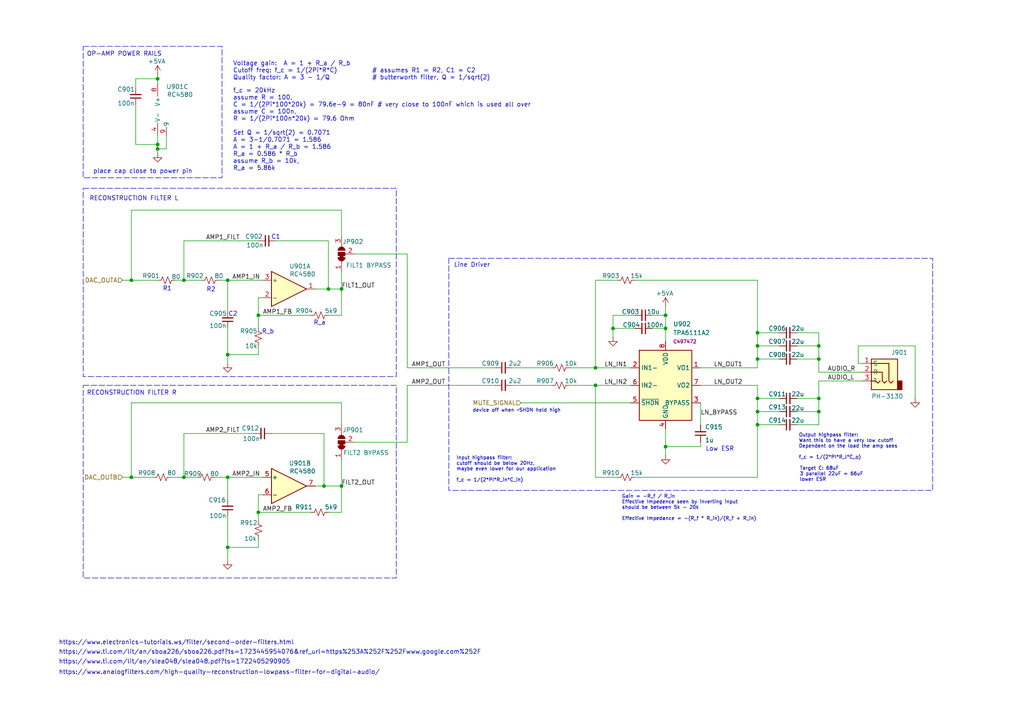
<source format=kicad_sch>
(kicad_sch (version 20231120) (generator "eeschema") (generator_version "8.0")
  (paper "A4")
  (lib_symbols
    (symbol "Amplifier_Operational:RC4580" (pin_names (offset 0.127))
      (property "Reference" "U901" (at 3.175 6.604 0))
      (property "Value" "RC4580" (at 3.937 4.318 0))
      (symbol "RC4580_1_1"
        (polyline (pts (xy -5.08 5.08) (xy 5.08 0) (xy -5.08 -5.08) (xy -5.08 5.08)) (stroke (width 0.254)) (fill (type background)))
        (pin output line (at 7.62 0 180) (length 2.54) (name "~") (number "1"))
        (pin input line (at -7.62 -2.54 0) (length 2.54) (name "-") (number "2"))
        (pin input line (at -7.62 2.54 0) (length 2.54) (name "+") (number "3"))
      )
      (symbol "RC4580_2_1"
        (polyline (pts (xy -5.08 5.08) (xy 5.08 0) (xy -5.08 -5.08) (xy -5.08 5.08)) (stroke (width 0.254)) (fill (type background)))
        (pin input line (at -7.62 2.54 0) (length 2.54) (name "+") (number "5"))
        (pin input line (at -7.62 -2.54 0) (length 2.54) (name "-") (number "6"))
        (pin output line (at 7.62 0 180) (length 2.54) (name "~") (number "7"))
      )
      (symbol "RC4580_3_1"
        (pin power_in line (at -2.54 -7.62 90) (length 3.81) (name "V-") (number "4"))
        (pin power_in line (at -2.54 7.62 270) (length 3.81) (name "V+") (number "8"))
        (pin free line (at 0 -7.62 90) (length 2.54) (name "9") (number "9"))
      )
    )
    (symbol "Connector_Audio:AudioJack3"
      (property "Reference" "J901" (at -3.175 5.715 0))
      (property "Value" "PH-313D" (at 2.54 -6.985 0))
      (symbol "AudioJack3_0_1"
        (rectangle (start -5.08 -5.08) (end -6.35 -2.54) (stroke (width 0.254)) (fill (type outline)))
        (polyline (pts (xy 0 -2.54) (xy 0.635 -3.175) (xy 1.27 -2.54) (xy 2.54 -2.54)) (stroke (width 0.254)))
        (polyline (pts (xy -1.905 -2.54) (xy -1.27 -3.175) (xy -0.635 -2.54) (xy -0.635 0) (xy 2.54 0)) (stroke (width 0.254)))
        (polyline (pts (xy 2.54 2.54) (xy -2.54 2.54) (xy -2.54 -2.54) (xy -3.175 -3.175) (xy -3.81 -2.54)) (stroke (width 0.254)))
        (rectangle (start 2.54 3.81) (end -5.08 -5.08) (stroke (width 0.254)) (fill (type background)))
      )
      (symbol "AudioJack3_1_1"
        (pin passive line (at 5.08 2.54 180) (length 2.54) (name "S") (number "1"))
        (pin passive line (at 5.08 0 180) (length 2.54) (name "R") (number "2"))
        (pin passive line (at 5.08 -2.54 180) (length 2.54) (name "T") (number "3"))
      )
    )
    (symbol "Device:C_Small" (pin_numbers hide) (pin_names (offset 0.254) hide)
      (property "Reference" "C" (at 0.254 1.778 0))
      (property "Value" "C_Small" (at 0.254 -2.032 0))
      (symbol "C_Small_0_1"
        (polyline (pts (xy -1.524 -0.508) (xy 1.524 -0.508)) (stroke (width 0.3302)))
        (polyline (pts (xy -1.524 0.508) (xy 1.524 0.508)) (stroke (width 0.3048)))
      )
      (symbol "C_Small_1_1"
        (pin passive line (at 0 2.54 270) (length 2.032) (name "~") (number "1"))
        (pin passive line (at 0 -2.54 90) (length 2.032) (name "~") (number "2"))
      )
    )
    (symbol "Device:R_Small_US" (pin_numbers hide) (pin_names (offset 0.254) hide)
      (property "Reference" "R" (at 0.762 0.508 0))
      (property "Value" "R_Small_US" (at 0.762 -1.016 0))
      (symbol "R_Small_US_1_1"
        (polyline (pts (xy 0 0) (xy 1.016 -0.381) (xy 0 -0.762) (xy -1.016 -1.143) (xy 0 -1.524)))
        (polyline (pts (xy 0 1.524) (xy 1.016 1.143) (xy 0 0.762) (xy -1.016 0.381) (xy 0 0)))
        (pin passive line (at 0 2.54 270) (length 1.016) (name "~") (number "1"))
        (pin passive line (at 0 -2.54 90) (length 1.016) (name "~") (number "2"))
      )
    )
    (symbol "Jumper:SolderJumper_3_Bridged12" (pin_names (offset 0) hide) (exclude_from_sim yes) (in_bom no)
      (property "Reference" "JP" (at -2.54 -2.54 0))
      (property "Value" "SolderJumper_3_Bridged12" (at 0 2.794 0))
      (symbol "SolderJumper_3_Bridged12_0_1"
        (rectangle (start -1.016 0.508) (end -0.508 -0.508) (fill (type outline)))
        (arc (start -1.016 1.016) (mid -2.0276 0) (end -1.016 -1.016))
        (arc (start -1.016 1.016) (mid -2.0276 0) (end -1.016 -1.016) (fill (type outline)))
        (rectangle (start -0.508 1.016) (end 0.508 -1.016) (fill (type outline)))
        (polyline (pts (xy -2.54 0) (xy -2.032 0)))
        (polyline (pts (xy -1.016 1.016) (xy -1.016 -1.016)))
        (polyline (pts (xy 0 -1.27) (xy 0 -1.016)))
        (polyline (pts (xy 1.016 1.016) (xy 1.016 -1.016)))
        (polyline (pts (xy 2.54 0) (xy 2.032 0)))
        (arc (start 1.016 -1.016) (mid 2.0276 0) (end 1.016 1.016))
        (arc (start 1.016 -1.016) (mid 2.0276 0) (end 1.016 1.016) (fill (type outline)))
      )
      (symbol "SolderJumper_3_Bridged12_1_1"
        (pin passive line (at -5.08 0 0) (length 2.54) (name "A") (number "1"))
        (pin passive line (at 0 -3.81 90) (length 2.54) (name "C") (number "2"))
        (pin passive line (at 5.08 0 180) (length 2.54) (name "B") (number "3"))
      )
    )
    (symbol "RC4580_1" (pin_names (offset 0.127))
      (property "Reference" "U901" (at 3.175 6.604 0))
      (property "Value" "RC4580" (at 3.937 4.318 0))
      (symbol "RC4580_1_1_1"
        (polyline (pts (xy -5.08 5.08) (xy 5.08 0) (xy -5.08 -5.08) (xy -5.08 5.08)) (stroke (width 0.254)) (fill (type background)))
        (pin output line (at 7.62 0 180) (length 2.54) (name "~") (number "1"))
        (pin input line (at -7.62 -2.54 0) (length 2.54) (name "-") (number "2"))
        (pin input line (at -7.62 2.54 0) (length 2.54) (name "+") (number "3"))
      )
      (symbol "RC4580_1_2_1"
        (polyline (pts (xy -5.08 5.08) (xy 5.08 0) (xy -5.08 -5.08) (xy -5.08 5.08)) (stroke (width 0.254)) (fill (type background)))
        (pin input line (at -7.62 2.54 0) (length 2.54) (name "+") (number "5"))
        (pin input line (at -7.62 -2.54 0) (length 2.54) (name "-") (number "6"))
        (pin output line (at 7.62 0 180) (length 2.54) (name "~") (number "7"))
      )
      (symbol "RC4580_1_3_1"
        (pin power_in line (at -2.54 -7.62 90) (length 3.81) (name "V-") (number "4"))
        (pin power_in line (at -2.54 7.62 270) (length 3.81) (name "V+") (number "8"))
        (pin free line (at 0 -7.62 90) (length 2.54) (name "9") (number "9"))
      )
    )
    (symbol "RC4580_2" (pin_names (offset 0.127))
      (property "Reference" "U901" (at 3.175 6.604 0))
      (property "Value" "RC4580" (at 3.937 4.318 0))
      (symbol "RC4580_2_1_1"
        (polyline (pts (xy -5.08 5.08) (xy 5.08 0) (xy -5.08 -5.08) (xy -5.08 5.08)) (stroke (width 0.254)) (fill (type background)))
        (pin output line (at 7.62 0 180) (length 2.54) (name "~") (number "1"))
        (pin input line (at -7.62 -2.54 0) (length 2.54) (name "-") (number "2"))
        (pin input line (at -7.62 2.54 0) (length 2.54) (name "+") (number "3"))
      )
      (symbol "RC4580_2_2_1"
        (polyline (pts (xy -5.08 5.08) (xy 5.08 0) (xy -5.08 -5.08) (xy -5.08 5.08)) (stroke (width 0.254)) (fill (type background)))
        (pin input line (at -7.62 2.54 0) (length 2.54) (name "+") (number "5"))
        (pin input line (at -7.62 -2.54 0) (length 2.54) (name "-") (number "6"))
        (pin output line (at 7.62 0 180) (length 2.54) (name "~") (number "7"))
      )
      (symbol "RC4580_2_3_1"
        (pin power_in line (at -2.54 -7.62 90) (length 3.81) (name "V-") (number "4"))
        (pin power_in line (at -2.54 7.62 270) (length 3.81) (name "V+") (number "8"))
        (pin free line (at 0 -7.62 90) (length 2.54) (name "9") (number "9"))
      )
    )
    (symbol "power:+5VA" (power) (pin_numbers hide) (pin_names (offset 0) hide)
      (property "Value" "+5VA" (at 0 3.556 0))
      (symbol "+5VA_0_1"
        (polyline (pts (xy -0.762 1.27) (xy 0 2.54)))
        (polyline (pts (xy 0 0) (xy 0 2.54)))
        (polyline (pts (xy 0 2.54) (xy 0.762 1.27)))
      )
      (symbol "+5VA_1_1"
        (pin power_in line (at 0 0 90) (length 0) (name "~") (number "1"))
      )
    )
    (symbol "power:GND" (power) (pin_numbers hide) (pin_names (offset 0) hide)
      (property "Value" "GND" (at 0 -3.81 0))
      (symbol "GND_0_1"
        (polyline (pts (xy 0 0) (xy 0 -1.27) (xy 1.27 -1.27) (xy 0 -2.54) (xy -1.27 -1.27) (xy 0 -1.27)))
      )
      (symbol "GND_1_1"
        (pin power_in line (at 0 0 270) (length 0) (name "~") (number "1"))
      )
    )
    (symbol "vibrometer_project:TPA6110A2DGN"
      (property "Reference" "U" (at -6.35 11.43 0))
      (property "Value" "TPA6111A2" (at 6.35 11.43 0))
      (property "LCSC" "C497472" (at 0 0 0))
      (symbol "TPA6110A2DGN_0_1"
        (rectangle (start -7.62 10.16) (end 7.62 -10.16) (stroke (width 0.254)) (fill (type background)))
      )
      (symbol "TPA6110A2DGN_1_1"
        (pin output line (at 10.16 5.08 180) (length 2.54) (name "VO1") (number "1"))
        (pin input line (at -10.16 5.08 0) (length 2.54) (name "IN1-") (number "2"))
        (pin passive line (at 10.16 -5.08 180) (length 2.54) (name "BYPASS") (number "3"))
        (pin power_in line (at 0 -12.7 90) (length 2.54) (name "GND") (number "4"))
        (pin input line (at -10.16 -5.08 0) (length 2.54) (name "~{SHDN}") (number "5"))
        (pin input line (at -10.16 0 0) (length 2.54) (name "IN2-") (number "6"))
        (pin output line (at 10.16 0 180) (length 2.54) (name "VO2") (number "7"))
        (pin power_in line (at 0 12.7 270) (length 2.54) (name "VDD") (number "8"))
        (pin passive line (at 0 -12.7 90) (length 2.54) hide (name "GND") (number "9"))
      )
    )
  )
  (junction (at 219.71 115.57))
  (junction (at 38.1 138.43))
  (junction (at 237.49 100.33))
  (junction (at 219.71 100.33))
  (junction (at 99.06 83.82))
  (junction (at 237.49 119.38))
  (junction (at 99.06 140.97))
  (junction (at 219.71 96.52))
  (junction (at 172.72 106.68))
  (junction (at 193.04 95.25))
  (junction (at 45.72 43.18))
  (junction (at 38.1 81.28))
  (junction (at 177.8 95.25))
  (junction (at 219.71 104.14))
  (junction (at 53.34 81.28))
  (junction (at 237.49 115.57))
  (junction (at 219.71 123.19))
  (junction (at 219.71 119.38))
  (junction (at 66.04 102.87))
  (junction (at 237.49 104.14))
  (junction (at 74.93 91.44))
  (junction (at 45.72 22.86))
  (junction (at 95.25 83.82))
  (junction (at 66.04 81.28))
  (junction (at 66.04 158.75))
  (junction (at 172.72 111.76))
  (junction (at 93.98 140.97))
  (junction (at 66.04 138.43))
  (junction (at 193.04 129.54))
  (junction (at 53.34 138.43))
  (junction (at 74.93 148.59))
  (junction (at 45.72 41.91))
  (junction (at 193.04 91.44))
  (wire (pts (xy 39.37 30.48) (xy 39.37 41.91)))
  (wire (pts (xy 53.34 81.28) (xy 58.42 81.28)))
  (wire (pts (xy 231.14 123.19) (xy 237.49 123.19)))
  (wire (pts (xy 219.71 81.28) (xy 184.15 81.28)))
  (wire (pts (xy 63.5 81.28) (xy 66.04 81.28)))
  (wire (pts (xy 76.2 86.36) (xy 74.93 86.36)))
  (wire (pts (xy 219.71 119.38) (xy 226.06 119.38)))
  (wire (pts (xy 219.71 115.57) (xy 219.71 119.38)))
  (wire (pts (xy 219.71 96.52) (xy 226.06 96.52)))
  (wire (pts (xy 118.11 106.68) (xy 143.51 106.68)))
  (wire (pts (xy 38.1 116.84) (xy 38.1 138.43)))
  (wire (pts (xy 39.37 25.4) (xy 39.37 22.86)))
  (wire (pts (xy 53.34 138.43) (xy 49.53 138.43)))
  (wire (pts (xy 66.04 81.28) (xy 76.2 81.28)))
  (wire (pts (xy 74.93 91.44) (xy 90.17 91.44)))
  (wire (pts (xy 53.34 138.43) (xy 57.15 138.43)))
  (wire (pts (xy 93.98 125.73) (xy 78.74 125.73)))
  (wire (pts (xy 38.1 60.96) (xy 99.06 60.96)))
  (wire (pts (xy 237.49 110.49) (xy 250.19 110.49)))
  (wire (pts (xy 219.71 100.33) (xy 219.71 104.14)))
  (wire (pts (xy 219.71 119.38) (xy 219.71 123.19)))
  (wire (pts (xy 189.23 91.44) (xy 193.04 91.44)))
  (wire (pts (xy 172.72 81.28) (xy 179.07 81.28)))
  (wire (pts (xy 74.93 148.59) (xy 74.93 151.13)))
  (wire (pts (xy 66.04 138.43) (xy 66.04 144.78)))
  (wire (pts (xy 184.15 91.44) (xy 177.8 91.44)))
  (wire (pts (xy 45.72 43.18) (xy 45.72 44.45)))
  (wire (pts (xy 219.71 96.52) (xy 219.71 81.28)))
  (wire (pts (xy 165.1 111.76) (xy 172.72 111.76)))
  (wire (pts (xy 39.37 41.91) (xy 45.72 41.91)))
  (wire (pts (xy 73.66 125.73) (xy 53.34 125.73)))
  (wire (pts (xy 53.34 69.85) (xy 53.34 81.28)))
  (wire (pts (xy 118.11 111.76) (xy 143.51 111.76)))
  (wire (pts (xy 66.04 138.43) (xy 76.2 138.43)))
  (wire (pts (xy 66.04 81.28) (xy 66.04 90.17)))
  (wire (pts (xy 102.87 128.27) (xy 118.11 128.27)))
  (wire (pts (xy 95.25 69.85) (xy 80.01 69.85)))
  (wire (pts (xy 74.93 91.44) (xy 74.93 95.25)))
  (wire (pts (xy 74.93 158.75) (xy 74.93 156.21)))
  (wire (pts (xy 165.1 106.68) (xy 172.72 106.68)))
  (wire (pts (xy 203.2 106.68) (xy 219.71 106.68)))
  (wire (pts (xy 193.04 88.9) (xy 193.04 91.44)))
  (wire (pts (xy 237.49 123.19) (xy 237.49 119.38)))
  (wire (pts (xy 66.04 102.87) (xy 66.04 105.41)))
  (wire (pts (xy 148.59 111.76) (xy 160.02 111.76)))
  (wire (pts (xy 231.14 100.33) (xy 237.49 100.33)))
  (wire (pts (xy 231.14 115.57) (xy 237.49 115.57)))
  (wire (pts (xy 95.25 91.44) (xy 99.06 91.44)))
  (wire (pts (xy 91.44 140.97) (xy 93.98 140.97)))
  (wire (pts (xy 99.06 60.96) (xy 99.06 68.58)))
  (wire (pts (xy 219.71 104.14) (xy 219.71 106.68)))
  (wire (pts (xy 193.04 129.54) (xy 203.2 129.54)))
  (wire (pts (xy 172.72 111.76) (xy 182.88 111.76)))
  (wire (pts (xy 237.49 104.14) (xy 237.49 107.95)))
  (wire (pts (xy 193.04 95.25) (xy 193.04 99.06)))
  (wire (pts (xy 193.04 124.46) (xy 193.04 129.54)))
  (wire (pts (xy 93.98 140.97) (xy 93.98 125.73)))
  (wire (pts (xy 53.34 81.28) (xy 50.8 81.28)))
  (wire (pts (xy 231.14 104.14) (xy 237.49 104.14)))
  (wire (pts (xy 66.04 158.75) (xy 66.04 162.56)))
  (wire (pts (xy 265.43 100.33) (xy 248.92 100.33)))
  (wire (pts (xy 66.04 95.25) (xy 66.04 102.87)))
  (wire (pts (xy 95.25 83.82) (xy 95.25 69.85)))
  (wire (pts (xy 203.2 116.84) (xy 203.2 123.19)))
  (wire (pts (xy 53.34 125.73) (xy 53.34 138.43)))
  (wire (pts (xy 219.71 111.76) (xy 219.71 115.57)))
  (wire (pts (xy 231.14 96.52) (xy 237.49 96.52)))
  (wire (pts (xy 231.14 119.38) (xy 237.49 119.38)))
  (wire (pts (xy 39.37 22.86) (xy 45.72 22.86)))
  (wire (pts (xy 102.87 73.66) (xy 118.11 73.66)))
  (wire (pts (xy 48.26 39.37) (xy 48.26 43.18)))
  (wire (pts (xy 74.93 148.59) (xy 90.17 148.59)))
  (wire (pts (xy 172.72 81.28) (xy 172.72 106.68)))
  (wire (pts (xy 66.04 158.75) (xy 74.93 158.75)))
  (wire (pts (xy 99.06 133.35) (xy 99.06 140.97)))
  (wire (pts (xy 219.71 96.52) (xy 219.71 100.33)))
  (wire (pts (xy 74.93 86.36) (xy 74.93 91.44)))
  (wire (pts (xy 38.1 138.43) (xy 44.45 138.43)))
  (wire (pts (xy 99.06 140.97) (xy 93.98 140.97)))
  (wire (pts (xy 184.15 95.25) (xy 177.8 95.25)))
  (wire (pts (xy 38.1 60.96) (xy 38.1 81.28)))
  (wire (pts (xy 74.93 69.85) (xy 53.34 69.85)))
  (wire (pts (xy 62.23 138.43) (xy 66.04 138.43)))
  (wire (pts (xy 189.23 95.25) (xy 193.04 95.25)))
  (wire (pts (xy 91.44 83.82) (xy 95.25 83.82)))
  (wire (pts (xy 237.49 96.52) (xy 237.49 100.33)))
  (wire (pts (xy 177.8 91.44) (xy 177.8 95.25)))
  (wire (pts (xy 237.49 107.95) (xy 250.19 107.95)))
  (wire (pts (xy 35.56 81.28) (xy 38.1 81.28)))
  (wire (pts (xy 219.71 138.43) (xy 184.15 138.43)))
  (wire (pts (xy 38.1 81.28) (xy 45.72 81.28)))
  (wire (pts (xy 45.72 22.86) (xy 45.72 24.13)))
  (wire (pts (xy 99.06 116.84) (xy 99.06 123.19)))
  (wire (pts (xy 177.8 95.25) (xy 177.8 97.79)))
  (wire (pts (xy 248.92 100.33) (xy 248.92 105.41)))
  (wire (pts (xy 45.72 39.37) (xy 45.72 41.91)))
  (wire (pts (xy 172.72 106.68) (xy 182.88 106.68)))
  (wire (pts (xy 265.43 100.33) (xy 265.43 115.57)))
  (wire (pts (xy 237.49 100.33) (xy 237.49 104.14)))
  (wire (pts (xy 66.04 149.86) (xy 66.04 158.75)))
  (wire (pts (xy 99.06 148.59) (xy 99.06 140.97)))
  (wire (pts (xy 99.06 83.82) (xy 95.25 83.82)))
  (wire (pts (xy 48.26 43.18) (xy 45.72 43.18)))
  (wire (pts (xy 203.2 128.27) (xy 203.2 129.54)))
  (wire (pts (xy 118.11 128.27) (xy 118.11 111.76)))
  (wire (pts (xy 179.07 138.43) (xy 172.72 138.43)))
  (wire (pts (xy 95.25 148.59) (xy 99.06 148.59)))
  (wire (pts (xy 45.72 41.91) (xy 45.72 43.18)))
  (wire (pts (xy 151.13 116.84) (xy 182.88 116.84)))
  (wire (pts (xy 219.71 123.19) (xy 226.06 123.19)))
  (wire (pts (xy 219.71 100.33) (xy 226.06 100.33)))
  (wire (pts (xy 74.93 100.33) (xy 74.93 102.87)))
  (wire (pts (xy 66.04 102.87) (xy 74.93 102.87)))
  (wire (pts (xy 193.04 132.08) (xy 193.04 129.54)))
  (wire (pts (xy 193.04 91.44) (xy 193.04 95.25)))
  (wire (pts (xy 74.93 143.51) (xy 76.2 143.51)))
  (wire (pts (xy 35.56 138.43) (xy 38.1 138.43)))
  (wire (pts (xy 219.71 104.14) (xy 226.06 104.14)))
  (wire (pts (xy 172.72 138.43) (xy 172.72 111.76)))
  (wire (pts (xy 74.93 143.51) (xy 74.93 148.59)))
  (wire (pts (xy 118.11 73.66) (xy 118.11 106.68)))
  (wire (pts (xy 99.06 91.44) (xy 99.06 83.82)))
  (wire (pts (xy 38.1 116.84) (xy 99.06 116.84)))
  (wire (pts (xy 148.59 106.68) (xy 160.02 106.68)))
  (wire (pts (xy 99.06 78.74) (xy 99.06 83.82)))
  (wire (pts (xy 203.2 111.76) (xy 219.71 111.76)))
  (wire (pts (xy 248.92 105.41) (xy 250.19 105.41)))
  (wire (pts (xy 45.72 21.59) (xy 45.72 22.86)))
  (wire (pts (xy 237.49 110.49) (xy 237.49 115.57)))
  (wire (pts (xy 219.71 123.19) (xy 219.71 138.43)))
  (wire (pts (xy 219.71 115.57) (xy 226.06 115.57)))
  (wire (pts (xy 237.49 115.57) (xy 237.49 119.38)))
  (rectangle (start 24.13 111.76) (end 114.935 167.64) (stroke (width 0) (type dash)))
  (rectangle (start 130.175 74.93) (end 270.51 142.24) (stroke (width 0) (type dash)))
  (rectangle (start 24.13 54.61) (end 114.935 109.22) (stroke (width 0) (type dash)))
  (rectangle (start 24.13 13.462) (end 64.389 51.562) (stroke (width 0) (type dash)))
  (text "https://www.analogfilters.com/high-quality-reconstruction-lowpass-filter-for-digital-audio/" (at 17.018 195.072 0) (effects (font (size 1.27 1.27)) (justify left)))
  (text "Output highpass filter:\nWant this to have a very low cutoff \nDependent on the load the amp sees\n\nf_c = 1/(2*PI*R_l*C_o)" (at 231.648 129.54 0) (effects (font (size 1 1)) (justify left)))
  (text "C2" (at 67.564 91.186 0) (effects (font (size 1.27 1.27))))
  (text "f_c = 20kHz\nassume R = 100,\nC = 1/(2Pi*100*20k) = 79.6e-9 = 80nF # very close to 100nF which is used all over\nassume C = 100n,\nR = 1/(2Pi*100n*20k) = 79.6 Ohm\n\nSet Q = 1/sqrt(2) = 0.7071\nA = 3-1/0.7071 = 1.586\nA = 1 + R_a / R_b = 1.586\nR_a = 0.586 * R_b\nassume R_b = 10k,\nR_a = 5.86k" (at 67.564 25.654 0) (effects (font (size 1.27 1.27)) (justify left top)))
  (text "Gain = -R_f / R_in\nEffective Impedence seen by inverting input \nshould be between 5k - 20k\n\nEffective Impedance = -(R_f * R_in)/(R_f + R_in)" (at 180.34 147.32 0) (effects (font (size 1 1)) (justify left)))
  (text "https://www.ti.com/lit/an/sboa226/sboa226.pdf?ts=1723445954076&ref_url=https%253A%252F%252Fwww.google.com%252F" (at 17.018 188.468 0) (effects (font (size 1.27 1.27)) (justify left top)))
  (text "Target C: 68uF\n3 parallel 22uF = 66uF\nlower ESR" (at 231.902 135.382 0) (effects (font (size 1 1)) (justify left top)))
  (text "Line Driver" (at 136.906 76.962 0) (effects (font (size 1.27 1.27))))
  (text "R1" (at 48.514 83.82 0) (effects (font (size 1.27 1.27))))
  (text "place cap close to power pin" (at 41.402 49.784 0) (effects (font (size 1.27 1.27))))
  (text "RECONSTRUCTION FILTER L" (at 25.908 57.658 0) (effects (font (size 1.27 1.27)) (justify left)))
  (text "OP-AMP POWER RAILS" (at 25.146 15.748 0) (effects (font (size 1.27 1.27)) (justify left)))
  (text "https://www.ti.com/lit/an/slea048/slea048.pdf?ts=1722405290905" (at 17.018 192.024 0) (effects (font (size 1.27 1.27)) (justify left)))
  (text "https://www.electronics-tutorials.ws/filter/second-order-filters.html" (at 17.018 186.436 0) (effects (font (size 1.27 1.27)) (justify left)))
  (text "RECONSTRUCTION FILTER R" (at 25.146 114.046 0) (effects (font (size 1.27 1.27)) (justify left)))
  (text "R_b" (at 77.724 96.266 0) (effects (font (size 1.27 1.27))))
  (text "Input highpass filter:\ncutoff should be below 20Hz,\nmaybe even lower for our application\n\nf_c = 1/(2*PI*R_in*C_in)" (at 132.334 136.144 0) (effects (font (size 1 1)) (justify left)))
  (text "R2" (at 61.214 84.074 0) (effects (font (size 1.27 1.27))))
  (text "C1" (at 80.01 68.834 0) (effects (font (size 1.27 1.27))))
  (text "Low ESR" (at 208.788 130.302 0) (effects (font (size 1.27 1.27))))
  (text "Voltage gain:  A = 1 + R_a / R_b\nCutoff freq: f_c = 1/(2Pi*R*C) 	# assumes R1 = R2, C1 = C2\nQuality factor: A = 3 - 1/Q		# butterworth filter, Q = 1/sqrt(2)" (at 67.564 17.78 0) (effects (font (size 1.27 1.27)) (justify left top)))
  (text "R_a" (at 92.71 93.726 0) (effects (font (size 1.27 1.27))))
  (text "device off when ~SHDN held high" (at 149.86 119.126 0) (effects (font (size 1 1))))
  (label "AMP2_IN" (at 67.31 138.43 0) (property "Netclass" "analog" (effects (hide yes))))
  (label "FILT2_OUT" (at 99.06 140.97 0))
  (label "AMP2_FB" (at 76.2 148.59 0) (property "Netclass" "analog" (effects (hide yes))))
  (label "AUDIO_L" (at 240.03 110.49 0) (property "Netclass" "analog" (effects (hide yes))))
  (label "AMP1_FILT" (at 59.69 69.85 0) (property "Netclass" "analog" (effects (hide yes))))
  (label "LN_BYPASS" (at 203.2 120.65 0))
  (label "LN_IN2" (at 175.26 111.76 0) (property "Netclass" "analog" (effects (hide yes))))
  (label "LN_OUT2" (at 207.01 111.76 0) (property "Netclass" "analog" (effects (hide yes))))
  (label "AMP1_IN" (at 67.31 81.28 0) (property "Netclass" "analog" (effects (hide yes))))
  (label "LN_IN1" (at 175.26 106.68 0) (property "Netclass" "analog" (effects (hide yes))))
  (label "AMP2_OUT" (at 119.38 111.76 0) (property "Netclass" "analog" (effects (hide yes))))
  (label "AMP2_FILT" (at 59.69 125.73 0) (property "Netclass" "analog" (effects (hide yes))))
  (label "AMP1_FB" (at 76.2 91.44 0) (property "Netclass" "analog" (effects (hide yes))))
  (label "FILT1_OUT" (at 99.06 83.82 0))
  (label "AMP1_OUT" (at 119.38 106.68 0) (property "Netclass" "analog" (effects (hide yes))))
  (label "LN_OUT1" (at 207.01 106.68 0) (property "Netclass" "analog" (effects (hide yes))))
  (label "AUDIO_R" (at 240.03 107.95 0) (property "Netclass" "analog" (effects (hide yes))))
  (hierarchical_label "DAC_OUTA" (shape input) (at 35.56 81.28 180) (property "Netclass" "analog" (effects (hide yes))))
  (hierarchical_label "DAC_OUTB" (shape input) (at 35.56 138.43 180) (property "Netclass" "analog" (effects (hide yes))))
  (hierarchical_label "MUTE_SIGNAL" (shape input) (at 151.13 116.84 180))
  (symbol (lib_id "Device:R_Small_US") (at 74.93 97.79 180) (unit 1)
    (property "Reference" "R905" (at 72.136 96.012 0))
    (property "Value" "10k" (at 72.898 100.33 0))
    (property "Footprint" "Resistor_SMD:R_0402_1005Metric" (effects (hide yes)))
    (property "Datasheet" "https://wmsc.lcsc.com/wmsc/upload/file/pdf/v2/lcsc/2206010100_UNI-ROYAL-Uniroyal-Elec-0402WGF1002TCE_C25744.pdf" (effects (hide yes)))
    (property "Description" "Resistor, small US symbol" (effects (hide yes)))
    (property "LCSC" "C25744" (effects (hide yes)))
  )
  (symbol (lib_id "power:GND") (at 45.72 44.45 0) (unit 1)
    (property "Reference" "#PWR0902" (effects (hide yes)))
    (property "Value" "GND" (effects (hide yes)))
    (property "Description" "Power symbol creates a global label with name \"GND\" , ground" (effects (hide yes)))
  )
  (symbol (lib_id "Device:C_Small") (at 39.37 27.94 180) (unit 1)
    (property "Reference" "C901" (at 36.576 25.908 0))
    (property "Value" "100n" (at 36.576 29.972 0))
    (property "Footprint" "Capacitor_SMD:C_0402_1005Metric" (effects (hide yes)))
    (property "Datasheet" "https://wmsc.lcsc.com/wmsc/upload/file/pdf/v2/lcsc/2304140030_Samsung-Electro-Mechanics-CL05B104KB54PNC_C307331.pdf" (effects (hide yes)))
    (property "Description" "Unpolarized capacitor, small symbol" (effects (hide yes)))
    (property "LCSC" "C307331" (effects (hide yes)))
  )
  (symbol (lib_id "Device:C_Small") (at 186.69 91.44 270) (unit 1)
    (property "Reference" "C903" (at 182.88 90.424 90))
    (property "Value" "10u" (at 189.484 90.424 90))
    (property "Footprint" "Capacitor_SMD:C_0805_2012Metric" (effects (hide yes)))
    (property "Datasheet" "https://wmsc.lcsc.com/wmsc/upload/file/pdf/v2/lcsc/2304140030_Samsung-Electro-Mechanics-CL21A106KAYNNNE_C15850.pdf" (effects (hide yes)))
    (property "Description" "Unpolarized capacitor, small symbol" (effects (hide yes)))
    (property "LCSC" "C15850" (effects (hide yes)))
  )
  (symbol (lib_id "Device:C_Small") (at 228.6 104.14 90) (unit 1)
    (property "Reference" "C908" (at 225.425 102.87 90))
    (property "Value" "22u" (at 231.394 102.87 90))
    (property "Footprint" "Capacitor_SMD:C_0805_2012Metric" (effects (hide yes)))
    (property "Datasheet" "https://wmsc.lcsc.com/wmsc/upload/file/pdf/v2/lcsc/2304140030_Samsung-Electro-Mechanics-CL21A226MAQNNNE_C45783.pdf" (effects (hide yes)))
    (property "Description" "Unpolarized capacitor, small symbol" (effects (hide yes)))
    (property "LCSC" "C45783" (effects (hide yes)))
  )
  (symbol (lib_name "RC4580_2") (lib_id "Amplifier_Operational:RC4580") (at 83.82 83.82 0) (unit 1)
    (property "Reference" "U901" (at 86.995 77.216 0))
    (property "Value" "RC4580" (at 87.757 79.502 0))
    (property "Footprint" "Package_SO:SOIC-8-1EP_3.9x4.9mm_P1.27mm_EP2.41x3.81mm" (effects (hide yes)))
    (property "Datasheet" "http://www.ti.com/lit/ds/symlink/rc4580.pdf" (effects (hide yes)))
    (property "Description" "Dual Audio Operational Amplifier, SOIC-8/SSOP-8" (effects (hide yes)))
    (property "LCSC" "C80100" (effects (hide yes)))
  )
  (symbol (lib_id "Device:C_Small") (at 76.2 125.73 270) (unit 1)
    (property "Reference" "C912" (at 72.644 124.206 90))
    (property "Value" "100n" (at 72.898 127.254 90))
    (property "Footprint" "Capacitor_SMD:C_0603_1608Metric" (effects (hide yes)))
    (property "Description" "Unpolarized capacitor, small symbol" (effects (hide yes)))
  )
  (symbol (lib_id "Device:C_Small") (at 228.6 96.52 90) (unit 1)
    (property "Reference" "C906" (at 225.425 95.25 90))
    (property "Value" "22u" (at 231.394 95.25 90))
    (property "Footprint" "Capacitor_SMD:C_0805_2012Metric" (effects (hide yes)))
    (property "Datasheet" "https://wmsc.lcsc.com/wmsc/upload/file/pdf/v2/lcsc/2304140030_Samsung-Electro-Mechanics-CL21A226MAQNNNE_C45783.pdf" (effects (hide yes)))
    (property "Description" "Unpolarized capacitor, small symbol" (effects (hide yes)))
    (property "LCSC" "C45783" (effects (hide yes)))
  )
  (symbol (lib_id "Connector_Audio:AudioJack3") (at 255.27 107.95 0) (mirror y) (unit 1)
    (property "Reference" "J901" (at 258.445 102.235 0) (effects (justify right)))
    (property "Value" "PH-313D" (at 252.73 114.935 0) (effects (justify right)))
    (property "Footprint" "footprints:AUDIO-SMD_PJ-313D-2" (effects (hide yes)))
    (property "Datasheet" "https://www.lcsc.com/datasheet/lcsc_datasheet_2006181822_SHOU-HAN-PJ-313D_C668608.pdf" (effects (hide yes)))
    (property "Description" "Audio Jack, 3 Poles (Stereo / TRS)" (effects (hide yes)))
    (property "LCSC" "C668608" (effects (hide yes)))
  )
  (symbol (lib_id "Device:C_Small") (at 146.05 111.76 90) (unit 1)
    (property "Reference" "C910" (at 142.24 110.49 90))
    (property "Value" "2u2" (at 149.352 110.49 90))
    (property "Footprint" "Capacitor_SMD:C_0805_2012Metric" (effects (hide yes)))
    (property "Datasheet" "https://wmsc.lcsc.com/wmsc/upload/file/pdf/v2/lcsc/2304140030_Samsung-Electro-Mechanics-CL21A225KBQNNNE_C377773.pdf" (effects (hide yes)))
    (property "Description" "Unpolarized capacitor, small symbol" (effects (hide yes)))
    (property "LCSC" "C377773" (effects (hide yes)))
  )
  (symbol (lib_id "power:GND") (at 66.04 162.56 0) (unit 1)
    (property "Reference" "#PWR0908" (effects (hide yes)))
    (property "Value" "GND" (effects (hide yes)))
    (property "Description" "Power symbol creates a global label with name \"GND\" , ground" (effects (hide yes)))
  )
  (symbol (lib_id "Device:R_Small_US") (at 181.61 81.28 90) (unit 1)
    (property "Reference" "R903" (at 177.165 80.01 90))
    (property "Value" "15k" (at 184.658 80.01 90))
    (property "Footprint" "Resistor_SMD:R_0805_2012Metric" (effects (hide yes)))
    (property "Datasheet" "https://wmsc.lcsc.com/wmsc/upload/file/pdf/v2/lcsc/2206010216_UNI-ROYAL-Uniroyal-Elec-0805W8F1502T5E_C17475.pdf" (effects (hide yes)))
    (property "Description" "Resistor, small US symbol" (effects (hide yes)))
    (property "LCSC" "C17475" (effects (hide yes)))
  )
  (symbol (lib_id "Device:C_Small") (at 146.05 106.68 90) (unit 1)
    (property "Reference" "C909" (at 142.24 105.41 90))
    (property "Value" "2u2" (at 149.352 105.41 90))
    (property "Footprint" "Capacitor_SMD:C_0805_2012Metric" (effects (hide yes)))
    (property "Datasheet" "https://wmsc.lcsc.com/wmsc/upload/file/pdf/v2/lcsc/2304140030_Samsung-Electro-Mechanics-CL21A225KBQNNNE_C377773.pdf" (effects (hide yes)))
    (property "Description" "Unpolarized capacitor, small symbol" (effects (hide yes)))
    (property "LCSC" "C377773" (effects (hide yes)))
  )
  (symbol (lib_id "Device:R_Small_US") (at 181.61 138.43 90) (unit 1)
    (property "Reference" "R910" (at 177.165 137.16 90))
    (property "Value" "15k" (at 184.658 137.16 90))
    (property "Footprint" "Resistor_SMD:R_0805_2012Metric" (effects (hide yes)))
    (property "Datasheet" "https://wmsc.lcsc.com/wmsc/upload/file/pdf/v2/lcsc/2206010216_UNI-ROYAL-Uniroyal-Elec-0805W8F1502T5E_C17475.pdf" (effects (hide yes)))
    (property "Description" "Resistor, small US symbol" (effects (hide yes)))
    (property "LCSC" "C17475" (effects (hide yes)))
  )
  (symbol (lib_id "power:GND") (at 66.04 105.41 0) (unit 1)
    (property "Reference" "#PWR0905" (effects (hide yes)))
    (property "Value" "GND" (effects (hide yes)))
    (property "Description" "Power symbol creates a global label with name \"GND\" , ground" (effects (hide yes)))
  )
  (symbol (lib_id "Device:C_Small") (at 66.04 147.32 180) (unit 1)
    (property "Reference" "C916" (at 60.452 145.034 0) (effects (justify right)))
    (property "Value" "100n" (at 60.706 149.606 0) (effects (justify right)))
    (property "Footprint" "Capacitor_SMD:C_0402_1005Metric_Pad0.74x0.62mm_HandSolder" (effects (hide yes)))
    (property "Datasheet" "https://wmsc.lcsc.com/wmsc/upload/file/pdf/v2/lcsc/2304140030_Samsung-Electro-Mechanics-CL05B104KB54PNC_C307331.pdf" (effects (hide yes)))
    (property "Description" "Unpolarized capacitor, small symbol" (effects (hide yes)))
    (property "LCSC" "C307331" (effects (hide yes)))
  )
  (symbol (lib_id "power:GND") (at 265.43 115.57 0) (unit 1)
    (property "Reference" "#PWR0906" (effects (hide yes)))
    (property "Value" "GND" (effects (hide yes)))
    (property "Description" "Power symbol creates a global label with name \"GND\" , ground" (effects (hide yes)))
  )
  (symbol (lib_id "Device:R_Small_US") (at 60.96 81.28 90) (unit 1)
    (property "Reference" "R902" (at 56.515 80.01 90))
    (property "Value" "80" (at 63.5 80.01 90))
    (property "Footprint" "Resistor_SMD:R_0603_1608Metric" (effects (hide yes)))
    (property "Datasheet" "https://www.lcsc.com/datasheet/lcsc_datasheet_2206021130_VO-SCR0603F82R_C3016237.pdf" (effects (hide yes)))
    (property "Description" "Resistor, small US symbol" (effects (hide yes)))
    (property "LCSC" "C3016237" (effects (hide yes)))
  )
  (symbol (lib_id "Device:C_Small") (at 228.6 115.57 90) (unit 1)
    (property "Reference" "C911" (at 225.425 114.3 90))
    (property "Value" "22u" (at 231.394 114.3 90))
    (property "Footprint" "Capacitor_SMD:C_0805_2012Metric" (effects (hide yes)))
    (property "Datasheet" "https://wmsc.lcsc.com/wmsc/upload/file/pdf/v2/lcsc/2304140030_Samsung-Electro-Mechanics-CL21A226MAQNNNE_C45783.pdf" (effects (hide yes)))
    (property "Description" "Unpolarized capacitor, small symbol" (effects (hide yes)))
    (property "LCSC" "C45783" (effects (hide yes)))
  )
  (symbol (lib_id "Jumper:SolderJumper_3_Bridged12") (at 99.06 73.66 90) (unit 1) (exclude_from_sim yes) (in_bom no)
    (property "Reference" "JP902" (at 105.41 70.104 90) (effects (justify left)))
    (property "Value" "FILT1 BYPASS" (at 113.538 76.962 90) (effects (justify left)))
    (property "Footprint" "Jumper:SolderJumper-3_P1.3mm_Bridged12_RoundedPad1.0x1.5mm" (effects (hide yes)))
    (property "Description" "3-pole Solder Jumper, pins 1+2 closed/bridged" (effects (hide yes)))
  )
  (symbol (lib_id "Device:C_Small") (at 228.6 119.38 90) (unit 1)
    (property "Reference" "C913" (at 225.425 118.11 90))
    (property "Value" "22u" (at 231.394 118.364 90))
    (property "Footprint" "Capacitor_SMD:C_0805_2012Metric" (effects (hide yes)))
    (property "Datasheet" "https://wmsc.lcsc.com/wmsc/upload/file/pdf/v2/lcsc/2304140030_Samsung-Electro-Mechanics-CL21A226MAQNNNE_C45783.pdf" (effects (hide yes)))
    (property "Description" "Unpolarized capacitor, small symbol" (effects (hide yes)))
    (property "LCSC" "C45783" (effects (hide yes)))
  )
  (symbol (lib_id "power:+5VA") (at 193.04 88.9 0) (unit 1)
    (property "Reference" "#PWR0903" (effects (hide yes)))
    (property "Value" "+5VA" (at 192.786 85.09 0))
    (property "Description" "Power symbol creates a global label with name \"+5VA\"" (effects (hide yes)))
  )
  (symbol (lib_id "Device:C_Small") (at 228.6 100.33 90) (unit 1)
    (property "Reference" "C907" (at 225.425 99.06 90))
    (property "Value" "22u" (at 231.394 99.06 90))
    (property "Footprint" "Capacitor_SMD:C_0805_2012Metric" (effects (hide yes)))
    (property "Datasheet" "https://wmsc.lcsc.com/wmsc/upload/file/pdf/v2/lcsc/2304140030_Samsung-Electro-Mechanics-CL21A226MAQNNNE_C45783.pdf" (effects (hide yes)))
    (property "Description" "Unpolarized capacitor, small symbol" (effects (hide yes)))
    (property "LCSC" "C45783" (effects (hide yes)))
  )
  (symbol (lib_id "power:GND") (at 177.8 97.79 0) (unit 1)
    (property "Reference" "#PWR0904" (effects (hide yes)))
    (property "Value" "GND" (effects (hide yes)))
    (property "Description" "Power symbol creates a global label with name \"GND\" , ground" (effects (hide yes)))
  )
  (symbol (lib_id "Device:R_Small_US") (at 48.26 81.28 90) (unit 1)
    (property "Reference" "R901" (at 43.815 80.01 90))
    (property "Value" "80" (at 51.054 80.264 90))
    (property "Footprint" "Resistor_SMD:R_0603_1608Metric" (effects (hide yes)))
    (property "Datasheet" "https://www.lcsc.com/datasheet/lcsc_datasheet_2206021130_VO-SCR0603F82R_C3016237.pdf" (effects (hide yes)))
    (property "Description" "Resistor, small US symbol" (effects (hide yes)))
    (property "LCSC" "C3016237" (effects (hide yes)))
  )
  (symbol (lib_id "Device:C_Small") (at 203.2 125.73 180) (unit 1)
    (property "Reference" "C915" (at 204.47 123.825 0) (effects (justify right)))
    (property "Value" "1u" (at 204.47 127.635 0) (effects (justify right)))
    (property "Footprint" "Capacitor_SMD:C_0603_1608Metric" (effects (hide yes)))
    (property "Datasheet" "https://wmsc.lcsc.com/wmsc/upload/file/pdf/v2/lcsc/2304140030_Samsung-Electro-Mechanics-CL10A105KB8NNNC_C15849.pdf" (effects (hide yes)))
    (property "Description" "Unpolarized capacitor, small symbol" (effects (hide yes)))
    (property "LCSC" "C15849" (effects (hide yes)))
  )
  (symbol (lib_id "Jumper:SolderJumper_3_Bridged12") (at 99.06 128.27 90) (unit 1) (exclude_from_sim yes) (in_bom no)
    (property "Reference" "JP901" (at 105.41 124.714 90) (effects (justify left)))
    (property "Value" "FILT2 BYPASS" (at 112.776 131.318 90) (effects (justify left)))
    (property "Footprint" "Jumper:SolderJumper-3_P1.3mm_Bridged12_RoundedPad1.0x1.5mm" (effects (hide yes)))
    (property "Description" "3-pole Solder Jumper, pins 1+2 closed/bridged" (effects (hide yes)))
  )
  (symbol (lib_id "Device:R_Small_US") (at 74.93 153.67 180) (unit 1)
    (property "Reference" "R912" (at 72.136 151.638 0))
    (property "Value" "10k" (at 72.644 156.21 0))
    (property "Footprint" "Resistor_SMD:R_0402_1005Metric" (effects (hide yes)))
    (property "Datasheet" "https://wmsc.lcsc.com/wmsc/upload/file/pdf/v2/lcsc/2206010100_UNI-ROYAL-Uniroyal-Elec-0402WGF1002TCE_C25744.pdf" (effects (hide yes)))
    (property "Description" "Resistor, small US symbol" (effects (hide yes)))
    (property "LCSC" "C25744" (effects (hide yes)))
  )
  (symbol (lib_id "Device:R_Small_US") (at 46.99 138.43 90) (unit 1)
    (property "Reference" "R908" (at 42.545 137.16 90))
    (property "Value" "80" (at 49.784 137.16 90))
    (property "Footprint" "Resistor_SMD:R_0603_1608Metric" (effects (hide yes)))
    (property "Datasheet" "https://www.lcsc.com/datasheet/lcsc_datasheet_2206021130_VO-SCR0603F82R_C3016237.pdf" (effects (hide yes)))
    (property "Description" "Resistor, small US symbol" (effects (hide yes)))
    (property "LCSC" "C3016237" (effects (hide yes)))
  )
  (symbol (lib_id "power:+5VA") (at 45.72 21.59 0) (unit 1)
    (property "Reference" "#PWR0901" (effects (hide yes)))
    (property "Value" "+5VA" (at 45.466 17.78 0))
    (property "Description" "Power symbol creates a global label with name \"+5VA\"" (effects (hide yes)))
  )
  (symbol (lib_id "Device:C_Small") (at 77.47 69.85 270) (unit 1)
    (property "Reference" "C902" (at 73.66 68.58 90))
    (property "Value" "100n" (at 73.914 71.12 90))
    (property "Footprint" "Capacitor_SMD:C_0402_1005Metric" (effects (hide yes)))
    (property "Datasheet" "https://wmsc.lcsc.com/wmsc/upload/file/pdf/v2/lcsc/2304140030_Samsung-Electro-Mechanics-CL05B104KB54PNC_C307331.pdf" (effects (hide yes)))
    (property "Description" "Unpolarized capacitor, small symbol" (effects (hide yes)))
    (property "LCSC" "C307331" (effects (hide yes)))
  )
  (symbol (lib_id "Device:R_Small_US") (at 92.71 148.59 90) (unit 1)
    (property "Reference" "R911" (at 88.138 147.066 90))
    (property "Value" "5k9" (at 96.012 147.066 90))
    (property "Footprint" "Resistor_SMD:R_0603_1608Metric" (effects (hide yes)))
    (property "Datasheet" "~https://www.lcsc.com/datasheet/lcsc_datasheet_2206010116_UNI-ROYAL-Uniroyal-Elec-0603WAF5901T5E_C23071.pdf" (effects (hide yes)))
    (property "Description" "Resistor, small US symbol" (effects (hide yes)))
    (property "LCSC" "C23071" (effects (hide yes)))
  )
  (symbol (lib_id "Amplifier_Operational:RC4580") (at 48.26 31.75 0) (unit 3)
    (property "Reference" "U901" (at 51.435 25.146 0))
    (property "Value" "RC4580" (at 52.197 27.432 0))
    (property "Footprint" "Package_SO:SOIC-8-1EP_3.9x4.9mm_P1.27mm_EP2.41x3.81mm" (effects (hide yes)))
    (property "Datasheet" "http://www.ti.com/lit/ds/symlink/rc4580.pdf" (effects (hide yes)))
    (property "Description" "Dual Audio Operational Amplifier, SOIC-8/SSOP-8" (effects (hide yes)))
    (property "LCSC" "C80100" (effects (hide yes)))
  )
  (symbol (lib_id "Device:R_Small_US") (at 59.69 138.43 90) (unit 1)
    (property "Reference" "R909" (at 55.88 137.414 90))
    (property "Value" "80" (at 62.23 137.414 90))
    (property "Footprint" "Resistor_SMD:R_0603_1608Metric" (effects (hide yes)))
    (property "Datasheet" "https://www.lcsc.com/datasheet/lcsc_datasheet_2206021130_VO-SCR0603F82R_C3016237.pdf" (effects (hide yes)))
    (property "Description" "Resistor, small US symbol" (effects (hide yes)))
    (property "LCSC" "C3016237" (effects (hide yes)))
  )
  (symbol (lib_name "RC4580_1") (lib_id "Amplifier_Operational:RC4580") (at 83.82 140.97 0) (unit 2)
    (property "Reference" "U901" (at 86.995 134.366 0))
    (property "Value" "RC4580" (at 87.757 136.652 0))
    (property "Footprint" "Package_SO:SOIC-8-1EP_3.9x4.9mm_P1.27mm_EP2.41x3.81mm" (effects (hide yes)))
    (property "Datasheet" "http://www.ti.com/lit/ds/symlink/rc4580.pdf" (effects (hide yes)))
    (property "Description" "Dual Audio Operational Amplifier, SOIC-8/SSOP-8" (effects (hide yes)))
    (property "LCSC" "C80100" (effects (hide yes)))
  )
  (symbol (lib_id "power:GND") (at 193.04 132.08 0) (unit 1)
    (property "Reference" "#PWR0907" (effects (hide yes)))
    (property "Value" "GND" (effects (hide yes)))
    (property "Description" "Power symbol creates a global label with name \"GND\" , ground" (effects (hide yes)))
  )
  (symbol (lib_id "Device:R_Small_US") (at 162.56 111.76 90) (unit 1)
    (property "Reference" "R907" (at 158.115 110.49 90))
    (property "Value" "10k" (at 165.608 110.49 90))
    (property "Footprint" "Resistor_SMD:R_0402_1005Metric" (effects (hide yes)))
    (property "Datasheet" "https://wmsc.lcsc.com/wmsc/upload/file/pdf/v2/lcsc/2206010100_UNI-ROYAL-Uniroyal-Elec-0402WGF1002TCE_C25744.pdf" (effects (hide yes)))
    (property "Description" "Resistor, small US symbol" (effects (hide yes)))
    (property "LCSC" "C25744" (effects (hide yes)))
  )
  (symbol (lib_id "Device:C_Small") (at 186.69 95.25 270) (unit 1)
    (property "Reference" "C904" (at 183.134 94.234 90))
    (property "Value" "100n" (at 189.992 94.234 90))
    (property "Footprint" "Capacitor_SMD:C_0402_1005Metric" (effects (hide yes)))
    (property "Datasheet" "https://wmsc.lcsc.com/wmsc/upload/file/pdf/v2/lcsc/2304140030_Samsung-Electro-Mechanics-CL05B104KB54PNC_C307331.pdf" (effects (hide yes)))
    (property "Description" "Unpolarized capacitor, small symbol" (effects (hide yes)))
    (property "LCSC" "C307331" (effects (hide yes)))
  )
  (symbol (lib_id "Device:R_Small_US") (at 92.71 91.44 90) (unit 1)
    (property "Reference" "R904" (at 88.265 90.17 90))
    (property "Value" "5k9" (at 96.012 90.17 90))
    (property "Footprint" "Resistor_SMD:R_0603_1608Metric" (effects (hide yes)))
    (property "Datasheet" "~https://www.lcsc.com/datasheet/lcsc_datasheet_2206010116_UNI-ROYAL-Uniroyal-Elec-0603WAF5901T5E_C23071.pdf" (effects (hide yes)))
    (property "Description" "Resistor, small US symbol" (effects (hide yes)))
    (property "LCSC" "C23071" (effects (hide yes)))
  )
  (symbol (lib_id "Device:C_Small") (at 228.6 123.19 90) (unit 1)
    (property "Reference" "C914" (at 225.425 121.92 90))
    (property "Value" "22u" (at 231.394 121.92 90))
    (property "Footprint" "Capacitor_SMD:C_0805_2012Metric" (effects (hide yes)))
    (property "Datasheet" "https://wmsc.lcsc.com/wmsc/upload/file/pdf/v2/lcsc/2304140030_Samsung-Electro-Mechanics-CL21A226MAQNNNE_C45783.pdf" (effects (hide yes)))
    (property "Description" "Unpolarized capacitor, small symbol" (effects (hide yes)))
    (property "LCSC" "C45783" (effects (hide yes)))
  )
  (symbol (lib_id "Device:R_Small_US") (at 162.56 106.68 90) (unit 1)
    (property "Reference" "R906" (at 158.115 105.41 90))
    (property "Value" "10k" (at 165.608 105.41 90))
    (property "Footprint" "Resistor_SMD:R_0402_1005Metric" (effects (hide yes)))
    (property "Datasheet" "https://wmsc.lcsc.com/wmsc/upload/file/pdf/v2/lcsc/2206010100_UNI-ROYAL-Uniroyal-Elec-0402WGF1002TCE_C25744.pdf" (effects (hide yes)))
    (property "Description" "Resistor, small US symbol" (effects (hide yes)))
    (property "LCSC" "C25744" (effects (hide yes)))
  )
  (symbol (lib_id "Device:C_Small") (at 66.04 92.71 180) (unit 1)
    (property "Reference" "C905" (at 60.706 90.932 0) (effects (justify right)))
    (property "Value" "100n" (at 60.706 94.488 0) (effects (justify right)))
    (property "Footprint" "Capacitor_SMD:C_0402_1005Metric_Pad0.74x0.62mm_HandSolder" (effects (hide yes)))
    (property "Datasheet" "https://wmsc.lcsc.com/wmsc/upload/file/pdf/v2/lcsc/2304140030_Samsung-Electro-Mechanics-CL05B104KB54PNC_C307331.pdf" (effects (hide yes)))
    (property "Description" "Unpolarized capacitor, small symbol" (effects (hide yes)))
    (property "LCSC" "C307331" (effects (hide yes)))
  )
  (symbol (lib_id "vibrometer_project:TPA6110A2DGN") (at 193.04 111.76 0) (unit 1)
    (property "Reference" "U902" (at 195.2341 93.98 0) (effects (justify left)))
    (property "Value" "TPA6111A2" (at 195.2341 96.52 0) (effects (justify left)))
    (property "Footprint" "Package_SO:SOIC-8-1EP_3.9x4.9mm_P1.27mm_EP2.29x3mm" (effects (hide yes)))
    (property "Datasheet" "https://www.lcsc.com/datasheet/lcsc_datasheet_2003172206_Texas-Instruments-TPA6111A2DR_C497472.pdf" (effects (hide yes)))
    (property "Description" "150-mW Stereo Audio Power Amplifier, Headphone Amplifier" (effects (hide yes)))
    (property "LCSC" "C497472" (at 195.2341 99.06 0) (effects (font (size 0.9906 0.9906)) (justify left)))
  )
)
</source>
